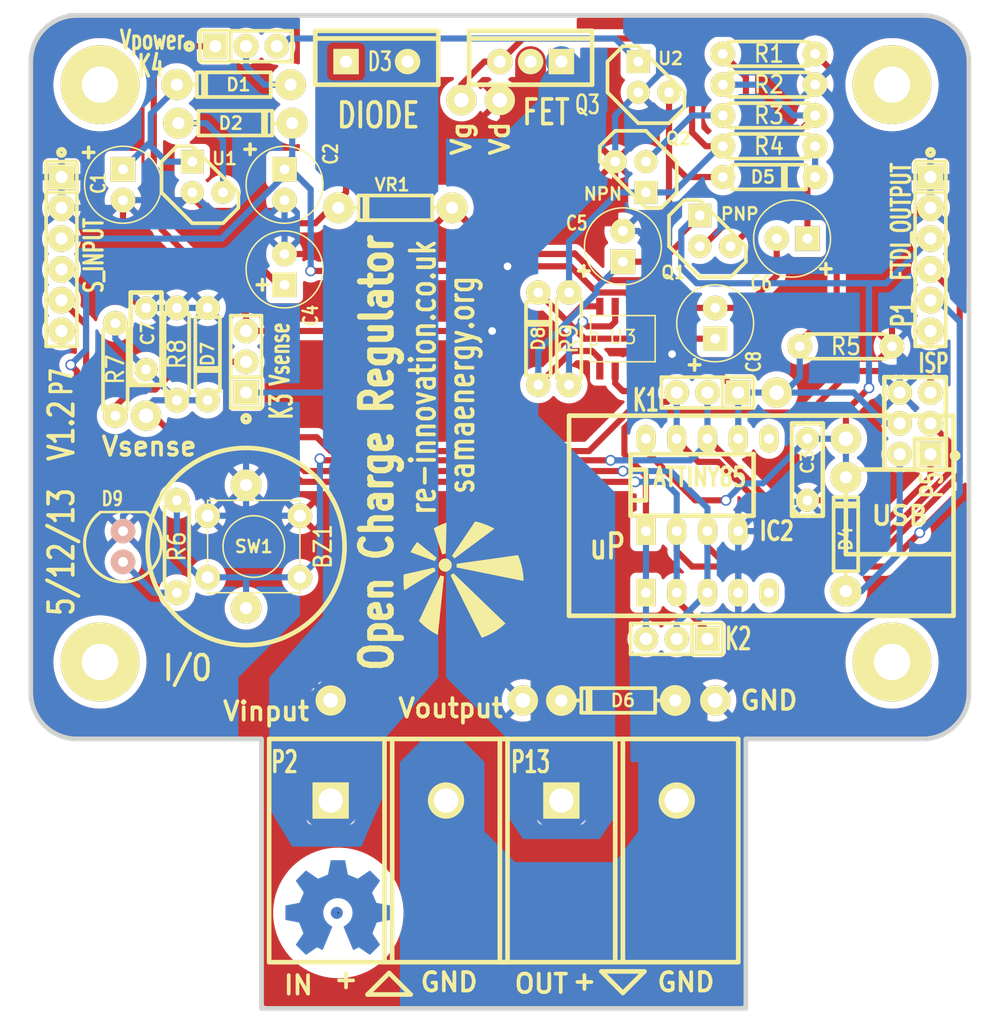
<source format=kicad_pcb>
(kicad_pcb (version 20221018) (generator pcbnew)
  (layers (0 "F.Cu" signal "Front") (31 "B.Cu" signal "Back") (34 "B.Paste" user) (35 "F.Paste" user) (36 "B.SilkS" user) (37 "F.SilkS" user) (38 "B.Mask" user) (39 "F.Mask" user) (44 "Edge.Cuts" user))
  (net 0 "")
  (net 1 "+5V")
  (net 2 "FET")
  (net 3 "GND")
  (net 4 "LED")
  (net 5 "N-000001")
  (net 6 "N-0000010")
  (net 7 "N-0000011")
  (net 8 "N-0000019")
  (net 9 "N-000002")
  (net 10 "N-0000020")
  (net 11 "N-0000021")
  (net 12 "N-0000028")
  (net 13 "N-000003")
  (net 14 "N-0000031")
  (net 15 "N-0000034")
  (net 16 "N-0000035")
  (net 17 "N-000007")
  (net 18 "N-000008")
  (net 19 "N-000009")
  (net 20 "RESET")
  (net 21 "Rx")
  (net 22 "SCK")
  (net 23 "Tx")
  (net 24 "Vinput")
  (net 25 "Voutput")
  (footprint "D4_lg_pad" (layer "F.Cu") (at 171.45 105.41 90)
    (fp_text reference "D4")
    (fp_text value "1N4001" hide)
  )
  (footprint "TO92_7805_matt" (layer "F.Cu") (at 118.745 75.565 90)
    (fp_text reference "U1")
    (fp_text value "7805/LM2931" hide)
  )
  (footprint "TO92-EBC_large_pad" (layer "F.Cu") (at 153.67 75.565 -90)
    (fp_text reference "Q2")
    (fp_text value "NPN")
  )
  (footprint "TO92-EBC_large_pad" (layer "F.Cu") (at 160.655 80.01 90)
    (fp_text reference "Q1")
    (fp_text value "PNP")
  )
  (footprint "TO220_VERT_BUZ11_matt" (layer "F.Cu") (at 145.415 66.04 90)
    (fp_text reference "Q3")
    (fp_text value "MOSFET_N" hide)
  )
  (footprint "D4_lg_pad" (layer "F.Cu") (at 121.285 67.945 180)
    (fp_text reference "D1")
    (fp_text value "1N4001" hide)
  )
  (footprint "1pin_1.2mm" (layer "F.Cu") (at 128.905 118.745 90)
    (fp_text reference "P3" hide)
    (fp_text value "Vinput")
  )
  (footprint "SIL-3_lg_pad_1mm" (layer "F.Cu") (at 160.02 93.345 180)
    (fp_text reference "K1")
    (fp_text value "IO_0-2" hide)
  )
  (footprint "1pin_1.2mm" (layer "F.Cu") (at 171.45 97.155)
    (fp_text reference "P4" hide)
    (fp_text value "5V" hide)
  )
  (footprint "R3-LARGE_PADS_0_8_hole" (layer "F.Cu") (at 165.1 65.405 180)
    (fp_text reference "R1")
    (fp_text value "1k" hide)
  )
  (footprint "R3-LARGE_PADS_0_8_hole" (layer "F.Cu") (at 165.1 67.945)
    (fp_text reference "R2")
    (fp_text value "100k" hide)
  )
  (footprint "R3-LARGE_PADS_0_8_hole" (layer "F.Cu") (at 165.1 73.025 180)
    (fp_text reference "R4")
    (fp_text value "1k" hide)
  )
  (footprint "R3-LARGE_PADS_0_8_hole" (layer "F.Cu") (at 116.205 106.045 -90)
    (fp_text reference "R6")
    (fp_text value "330" hide)
  )
  (footprint "R3-LARGE_PADS_0_8_hole" (layer "F.Cu") (at 111.125 91.44 90)
    (fp_text reference "R7")
    (fp_text value "R" hide)
  )
  (footprint "R3-LARGE_PADS_0_8_hole" (layer "F.Cu") (at 116.205 90.17 90)
    (fp_text reference "R8")
    (fp_text value "R" hide)
  )
  (footprint "SIL_2_screw_blocks" (layer "F.Cu") (at 128.905 127)
    (fp_text reference "P2")
    (fp_text value "IN")
  )
  (footprint "D4_lg_pad" (layer "F.Cu") (at 134.62 78.105 180)
    (fp_text reference "VR1")
    (fp_text value "P6KE33CA-E3" hide)
  )
  (footprint "D3_lg_pad" (layer "F.Cu") (at 165.1 75.565)
    (fp_text reference "D5")
    (fp_text value "1N4148" hide)
  )
  (footprint "TO220_DIODE" (layer "F.Cu") (at 132.715 66.04 90)
    (fp_text reference "D3")
    (fp_text value "VT2045BP" hide)
  )
  (footprint "D4_lg_pad" (layer "F.Cu") (at 120.65 71.12)
    (fp_text reference "D2")
    (fp_text value "1N4001" hide)
  )
  (footprint "C1V7_lg_pad" (layer "F.Cu") (at 153.035 81.28 90)
    (fp_text reference "C5")
    (fp_text value "10u" hide)
  )
  (footprint "C1V7_lg_pad" (layer "F.Cu") (at 125.095 83.185 90)
    (fp_text reference "C4")
    (fp_text value "10u" hide)
  )
  (footprint "C1_wide_lg_pad" (layer "F.Cu") (at 168.275 100.965 90)
    (fp_text reference "C3")
    (fp_text value "100n" hide)
  )
  (footprint "C1V7_lg_pad" (layer "F.Cu") (at 125.095 76.2 -90)
    (fp_text reference "C2")
    (fp_text value "100u" hide)
  )
  (footprint "C1V7_lg_pad" (layer "F.Cu") (at 167.005 80.645 180)
    (fp_text reference "C6")
    (fp_text value "10u" hide)
  )
  (footprint "C1V7_lg_pad" (layer "F.Cu") (at 111.76 76.2 -90)
    (fp_text reference "C1")
    (fp_text value "10uf" hide)
  )
  (footprint "R3-LARGE_PADS_0_8_hole" (layer "F.Cu") (at 171.45 89.535)
    (fp_text reference "R5")
    (fp_text value "10k" hide)
  )
  (footprint "SIL-6_large_pads_marker" (layer "F.Cu") (at 106.68 81.915 -90)
    (fp_text reference "P7")
    (fp_text value "S_INPUT")
  )
  (footprint "1pin_1.2mm" (layer "F.Cu") (at 142.875 69.215 -90)
    (fp_text reference "P8" hide)
    (fp_text value "Vd")
  )
  (footprint "DIL_3x2_large_pads_1mm" (layer "F.Cu") (at 175.895 92.075 90)
    (fp_text reference "P5")
    (fp_text value "ISP")
  )
  (footprint "1pin_1.2mm" (layer "F.Cu") (at 160.655 118.745 90)
    (fp_text reference "P6" hide)
    (fp_text value "GND")
  )
  (footprint "SIL-3_lg_pad_1mm" (layer "F.Cu") (at 157.48 113.665 180)
    (fp_text reference "K2")
    (fp_text value "IO_3-5" hide)
  )
  (footprint "SIL-3_lg_pad_1mm_marker" (layer "F.Cu") (at 121.92 90.805 90)
    (fp_text reference "K3")
    (fp_text value "Vsense")
  )
  (footprint "1pin_1.2mm" (layer "F.Cu") (at 144.78 118.745)
    (fp_text reference "P11" hide)
    (fp_text value "Voutput")
  )
  (footprint "C1_wide_lg_pad" (layer "F.Cu") (at 113.665 90.17 90)
    (fp_text reference "C7")
    (fp_text value "100n" hide)
  )
  (footprint "1pin_1.2mm" (layer "F.Cu") (at 113.665 95.25)
    (fp_text reference "P12" hide)
    (fp_text value "Vsense")
  )
  (footprint "1pin_1.2mm" (layer "F.Cu") (at 139.7 69.215)
    (fp_text reference "P9" hide)
    (fp_text value "Vg")
  )
  (footprint "R3-LARGE_PADS_0_8_hole" (layer "F.Cu") (at 165.1 70.485 180)
    (fp_text reference "R3")
    (fp_text value "10k" hide)
  )
  (footprint "SIL-6_large_pads_marker" (layer "F.Cu") (at 178.435 81.915 -90)
    (fp_text reference "P1")
    (fp_text value "FTDI_OUTPUT")
  )
  (footprint "1pin_3mmhole" (layer "F.Cu") (at 109.855 115.57)
    (fp_text reference "MH4" hide)
    (fp_text value "CONN_1" hide)
  )
  (footprint "1pin_3mmhole" (layer "F.Cu") (at 175.26 67.945)
    (fp_text reference "MH3" hide)
    (fp_text value "CONN_1" hide)
  )
  (footprint "1pin_3mmhole" (layer "F.Cu") (at 175.26 115.57)
    (fp_text reference "MH2" hide)
    (fp_text value "CONN_1" hide)
  )
  (footprint "1pin_3mmhole" (layer "F.Cu") (at 109.855 67.945)
    (fp_text reference "MH1" hide)
    (fp_text value "CONN_1" hide)
  )
  (footprint "D3_lg_pad" (layer "F.Cu") (at 118.745 90.17 -90)
    (fp_text reference "D7")
    (fp_text value "5v1" hide)
  )
  (footprint "TO92_7805_matt" (layer "F.Cu") (at 155.575 67.31 90)
    (fp_text reference "U2")
    (fp_text value "LM7812" hide)
  )
  (footprint "SW_PUSH_SMALL_ml_large_hole" (layer "F.Cu") (at 122.555 106.045 180)
    (fp_text reference "SW1")
    (fp_text value "SW_PUSH" hide)
  )
  (footprint "LED-5MM_larg_pad" (layer "F.Cu") (at 111.76 106.045 90)
    (fp_text reference "D9")
    (fp_text value "GRN_LED" hide)
  )
  (footprint "BUZZER_lg_pads" (layer "F.Cu") (at 121.92 106.045 90)
    (fp_text reference "BZ1")
    (fp_text value "BUZZER" hide)
  )
  (footprint "SIL_2_screw_blocks" (layer "F.Cu") (at 147.955 127)
    (fp_text reference "P13")
    (fp_text value "OUT")
  )
  (footprint "1pin_1.2mm" (layer "F.Cu") (at 165.735 93.345)
    (fp_text reference "P14" hide)
    (fp_text value "FET_IN" hide)
  )
  (footprint "D4_lg_pad" (layer "F.Cu") (at 153.035 118.745 180)
    (fp_text reference "D6")
    (fp_text value "UF4001" hide)
  )
  (footprint "SIL-3_lg_pad_1mm_marker" (layer "F.Cu") (at 121.92 64.77)
    (fp_text reference "K4")
    (fp_text value "Vpower")
  )
  (footprint "SO8E" (layer "F.Cu") (at 153.035 88.9)
    (fp_text reference "U3")
    (fp_text value "AUIRS2124" hide)
  )
  (footprint "R3-LARGE_PADS_0_8_hole" (layer "F.Cu") (at 148.59 88.9 90)
    (fp_text reference "R9")
    (fp_text value "10" hide)
  )
  (footprint "D3_lg_pad" (layer "F.Cu") (at 146.05 88.9 90)
    (fp_text reference "D8")
    (fp_text value "DIODE" hide)
  )
  (footprint "TRINKET" (layer "F.Cu") (at 160.02 100.965)
    (fp_text reference "IC2")
    (fp_text value "ATTINY85")
  )
  (footprint "C1V7_lg_pad" (layer "F.Cu") (at 160.655 87.63 90)
    (fp_text reference "C8")
    (fp_text value "CP1" hide)
  )
  (footprint "OSHW_logo_small_back" (layer "F.Cu") (at 129.54 135.89)
    (fp_text reference "VAL" hide)
    (fp_text value "OSHW_logo_small_back" hide)
  )
  (footprint "reinnovation_logo_15mm" (layer "F.Cu") (at 140.208 109.474)
    (fp_text reference "VAL" hide)
    (fp_text value "reinnovation_logo_15mm" hide)
  )
  (gr_line (start 151.257 141.097) (end 154.813 141.097) (stroke (width 0.381)) (layer "F.SilkS"))
  (gr_line (start 153.035 142.875) (end 151.257 141.097) (stroke (width 0.381)) (layer "F.SilkS"))
  (gr_line (start 154.813 141.097) (end 153.035 142.875) (stroke (width 0.381)) (layer "F.SilkS"))
  (gr_line (start 133.731 141.224) (end 135.509 143.002) (stroke (width 0.381)) (layer "F.SilkS"))
  (gr_line (start 135.509 143.002) (end 131.953 143.002) (stroke (width 0.381)) (layer "F.SilkS"))
  (gr_line (start 131.953 143.002) (end 133.731 141.224) (stroke (width 0.381)) (layer "F.SilkS"))
  (gr_arc (start 104.14 66.04) (mid 105.255923 63.345923) (end 107.95 62.23) (stroke (width 0.381)) (layer "Edge.Cuts"))
  (gr_line (start 107.95 121.92) (end 123.19 121.92) (stroke (width 0.381)) (layer "Edge.Cuts"))
  (gr_arc (start 177.8 62.23) (mid 180.494077 63.345923) (end 181.61 66.04) (stroke (width 0.381)) (layer "Edge.Cuts"))
  (gr_arc (start 107.95 121.92) (mid 105.255923 120.804077) (end 104.14 118.11) (stroke (width 0.381)) (layer "Edge.Cuts"))
  (gr_line (start 163.195 121.92) (end 177.8 121.92) (stroke (width 0.381)) (layer "Edge.Cuts"))
  (gr_line (start 163.195 121.92) (end 163.195 144.145) (stroke (width 0.381)) (layer "Edge.Cuts"))
  (gr_line (start 177.8 62.23) (end 107.315 62.23) (stroke (width 0.381)) (layer "Edge.Cuts"))
  (gr_line (start 123.19 144.145) (end 123.19 121.92) (stroke (width 0.381)) (layer "Edge.Cuts"))
  (gr_line (start 163.195 144.145) (end 123.19 144.145) (stroke (width 0.381)) (layer "Edge.Cuts"))
  (gr_line (start 104.14 66.04) (end 104.14 118.11) (stroke (width 0.381)) (layer "Edge.Cuts"))
  (gr_arc (start 181.61 118.11) (mid 180.494077 120.804077) (end 177.8 121.92) (stroke (width 0.381)) (layer "Edge.Cuts"))
  (gr_line (start 181.61 118.11) (end 181.61 66.04) (stroke (width 0.381)) (layer "Edge.Cuts"))
  (gr_text "5/12/13  V1.2" (at 106.68 102.87 90) (layer "F.SilkS") (effects (font (size 2.032 1.524) (thickness 0.3048))))
  (gr_text "re-innovation.co.uk" (at 136.525 92.075 90) (layer "F.SilkS") (effects (font (size 2.032 1.524) (thickness 0.3048))))
  (gr_text "DIODE" (at 132.842 70.485) (layer "F.SilkS") (effects (font (size 2.032 1.524) (thickness 0.3048))))
  (gr_text "samaenergy.org" (at 139.7 92.71 90) (layer "F.SilkS") (effects (font (size 2.032 1.524) (thickness 0.3048))))
  (gr_text "Open Charge Regulator" (at 132.715 98.298 90) (layer "F.SilkS") (effects (font (size 2.54 2.032) (thickness 0.508))))
  (gr_text "uP" (at 151.765 106.045) (layer "F.SilkS") (effects (font (size 2.032 1.524) (thickness 0.3048))))
  (gr_text "FET" (at 146.685 70.231) (layer "F.SilkS") (effects (font (size 2.032 1.524) (thickness 0.3048))))
  (gr_text "I/O" (at 117.094 116.078) (layer "F.SilkS") (effects (font (size 2.032 1.524) (thickness 0.3048))))
  (segment (start 154.94 98.171) (end 159.004 102.235) (width 0.508) (layer "F.Cu") (net 1))
  (segment (start 159.004 102.235) (end 161.544 102.235) (width 0.508) (layer "F.Cu") (net 1))
  (segment (start 171.45 94.869) (end 173.355 92.964) (width 0.508) (layer "F.Cu") (net 1))
  (segment (start 149.098 81.915) (end 149.0345 81.8515) (width 0.508) (layer "F.Cu") (net 1))
  (segment (start 151.257 84.074) (end 154.686 84.074) (width 0.508) (layer "F.Cu") (net 1))
  (segment (start 154.686 84.074) (end 157.861 80.899) (width 0.508) (layer "F.Cu") (net 1))
  (segment (start 157.861 80.899) (end 157.861 80.264) (width 0.508) (layer "F.Cu") (net 1))
  (segment (start 157.861 80.264) (end 159.385 78.74) (width 0.508) (layer "F.Cu") (net 1))
  (segment (start 141.478 83.312) (end 142.875 81.915) (width 0.508) (layer "F.Cu") (net 1))
  (segment (start 142.875 81.915) (end 149.098 81.915) (width 0.508) (layer "F.Cu") (net 1))
  (segment (start 127.254 83.312) (end 141.478 83.312) (width 0.508) (layer "F.Cu") (net 1))
  (segment (start 149.0345 81.8515) (end 151.257 84.074) (width 0.508) (layer "F.Cu") (net 1))
  (segment (start 171.45 97.155) (end 171.45 94.869) (width 0.508) (layer "F.Cu") (net 1))
  (segment (start 154.94 97.155) (end 154.94 98.171) (width 0.508) (layer "F.Cu") (net 1))
  (via (at 127.254 83.312) (size 0.889) (drill 0.635) (layers "F.Cu" "B.Cu") (net 1))
  (via (at 161.544 102.235) (size 0.889) (drill 0.635) (layers "F.Cu" "B.Cu") (net 1))
  (via (at 173.355 92.964) (size 0.889) (drill 0.635) (layers "F.Cu" "B.Cu") (net 1))
  (segment (start 161.544 102.235) (end 162.941 100.838) (width 0.508) (layer "B.Cu") (net 1))
  (segment (start 162.941 100.838) (end 164.592 100.838) (width 0.508) (layer "B.Cu") (net 1))
  (segment (start 164.592 100.838) (end 168.275 97.155) (width 0.508) (layer "B.Cu") (net 1))
  (segment (start 125.095 74.549) (end 125.73 73.914) (width 0.508) (layer "B.Cu") (net 1))
  (segment (start 125.73 73.914) (end 125.73 71.12) (width 0.508) (layer "B.Cu") (net 1))
  (segment (start 159.131 78.74) (end 157.861 80.01) (width 0.508) (layer "B.Cu") (net 1))
  (segment (start 157.861 80.01) (end 157.861 83.058) (width 0.508) (layer "B.Cu") (net 1))
  (segment (start 157.861 83.058) (end 159.131 84.328) (width 0.508) (layer "B.Cu") (net 1))
  (segment (start 159.131 84.328) (end 164.084 84.328) (width 0.508) (layer "B.Cu") (net 1))
  (segment (start 174.752 84.328) (end 178.435 80.645) (width 0.508) (layer "B.Cu") (net 1))
  (segment (start 173.355 84.328) (end 174.752 84.328) (width 0.508) (layer "B.Cu") (net 1))
  (segment (start 119.888 80.645) (end 125.095 75.438) (width 0.508) (layer "B.Cu") (net 1))
  (segment (start 125.095 75.438) (end 125.095 74.93) (width 0.508) (layer "B.Cu") (net 1))
  (segment (start 125.603 74.93) (end 127.254 76.581) (width 0.508) (layer "B.Cu") (net 1))
  (segment (start 127.254 76.581) (end 127.254 83.312) (width 0.508) (layer "B.Cu") (net 1))
  (segment (start 164.084 84.328) (end 173.355 84.328) (width 0.508) (layer "B.Cu") (net 1))
  (segment (start 159.385 78.74) (end 159.131 78.74) (width 0.508) (layer "B.Cu") (net 1))
  (segment (start 171.45 100.33) (end 171.45 97.155) (width 0.508) (layer "B.Cu") (net 1))
  (segment (start 168.275 97.155) (end 171.45 97.155) (width 0.508) (layer "B.Cu") (net 1))
  (segment (start 125.095 74.93) (end 125.095 74.549) (width 0.508) (layer "B.Cu") (net 1))
  (segment (start 173.355 92.964) (end 173.355 84.328) (width 0.508) (layer "B.Cu") (net 1))
  (segment (start 125.095 74.93) (end 125.603 74.93) (width 0.508) (layer "B.Cu") (net 1))
  (segment (start 106.68 80.645) (end 119.888 80.645) (width 0.508) (layer "B.Cu") (net 1))
  (segment (start 167.64 89.154) (end 170.688 86.106) (width 0.508) (layer "F.Cu") (net 2))
  (segment (start 170.688 86.106) (end 170.688 67.183) (width 0.508) (layer "F.Cu") (net 2))
  (segment (start 170.688 67.183) (end 168.91 65.405) (width 0.508) (layer "F.Cu") (net 2))
  (segment (start 152.4 92.583) (end 153.035 93.218) (width 0.508) (layer "F.Cu") (net 2))
  (segment (start 153.035 93.218) (end 155.067 93.218) (width 0.508) (layer "F.Cu") (net 2))
  (segment (start 155.067 93.218) (end 156.845 91.44) (width 0.508) (layer "F.Cu") (net 2))
  (segment (start 156.845 91.44) (end 160.655 91.44) (width 0.508) (layer "F.Cu") (net 2))
  (segment (start 160.655 91.44) (end 162.56 93.345) (width 0.508) (layer "F.Cu") (net 2))
  (segment (start 152.4 91.567) (end 152.4 92.583) (width 0.508) (layer "F.Cu") (net 2))
  (segment (start 167.64 89.535) (end 167.64 89.154) (width 0.508) (layer "F.Cu") (net 2))
  (segment (start 166.37 93.345) (end 167.64 92.075) (width 0.508) (layer "B.Cu") (net 2))
  (segment (start 167.64 92.075) (end 167.64 89.535) (width 0.508) (layer "B.Cu") (net 2))
  (segment (start 174.625 95.885) (end 172.085 93.345) (width 0.508) (layer "B.Cu") (net 2))
  (segment (start 172.085 93.345) (end 165.735 93.345) (width 0.508) (layer "B.Cu") (net 2))
  (segment (start 162.56 97.155) (end 162.56 93.345) (width 0.508) (layer "B.Cu") (net 2))
  (segment (start 165.735 93.345) (end 166.37 93.345) (width 0.508) (layer "B.Cu") (net 2))
  (segment (start 175.895 95.885) (end 174.625 95.885) (width 0.508) (layer "B.Cu") (net 2))
  (segment (start 162.56 93.345) (end 165.735 93.345) (width 0.508) (layer "B.Cu") (net 2))
  (segment (start 172.847 102.235) (end 173.863 101.219) (width 0.508) (layer "F.Cu") (net 3))
  (segment (start 173.863 101.219) (end 173.863 95.377) (width 0.508) (layer "F.Cu") (net 3))
  (segment (start 173.863 95.377) (end 175.895 93.345) (width 0.508) (layer "F.Cu") (net 3))
  (segment (start 153.67 90.551) (end 154.051 90.17) (width 0.508) (layer "F.Cu") (net 3))
  (segment (start 154.051 90.17) (end 157.099 90.17) (width 0.508) (layer "F.Cu") (net 3))
  (segment (start 177.8 78.105) (end 175.26 80.645) (width 0.508) (layer "F.Cu") (net 3))
  (segment (start 175.26 80.645) (end 175.26 89.535) (width 0.508) (layer "F.Cu") (net 3))
  (segment (start 152.4 79.375) (end 153.035 80.01) (width 0.508) (layer "F.Cu") (net 3))
  (segment (start 152.4 76.835) (end 152.4 79.375) (width 0.508) (layer "F.Cu") (net 3))
  (segment (start 113.284 86.36) (end 111.76 84.836) (width 0.508) (layer "F.Cu") (net 3))
  (segment (start 111.76 84.836) (end 111.76 77.47) (width 0.508) (layer "F.Cu") (net 3))
  (segment (start 117.475 77.216) (end 118.618 78.359) (width 0.508) (layer "F.Cu") (net 3))
  (segment (start 118.618 78.359) (end 124.206 78.359) (width 0.508) (layer "F.Cu") (net 3))
  (segment (start 124.206 78.359) (end 125.095 77.47) (width 0.508) (layer "F.Cu") (net 3))
  (segment (start 135.128 81.915) (end 138.938 78.105) (width 0.508) (layer "F.Cu") (net 3))
  (segment (start 139.065 78.105) (end 140.335 79.375) (width 0.508) (layer "F.Cu") (net 3))
  (segment (start 140.335 79.375) (end 152.4 79.375) (width 0.508) (layer "F.Cu") (net 3))
  (segment (start 152.4 79.375) (end 153.035 80.01) (width 0.508) (layer "F.Cu") (net 3))
  (segment (start 178.435 78.105) (end 177.8 78.105) (width 0.508) (layer "F.Cu") (net 3))
  (segment (start 117.475 76.835) (end 117.475 77.216) (width 0.508) (layer "F.Cu") (net 3))
  (segment (start 125.095 81.915) (end 135.128 81.915) (width 0.508) (layer "F.Cu") (net 3))
  (segment (start 152.4 74.295) (end 152.4 76.835) (width 0.508) (layer "F.Cu") (net 3))
  (segment (start 113.665 86.36) (end 113.284 86.36) (width 0.508) (layer "F.Cu") (net 3))
  (segment (start 138.938 78.105) (end 139.065 78.105) (width 0.508) (layer "F.Cu") (net 3))
  (segment (start 168.275 102.235) (end 172.847 102.235) (width 0.508) (layer "F.Cu") (net 3))
  (segment (start 153.67 91.567) (end 153.67 90.551) (width 0.508) (layer "F.Cu") (net 3))
  (via (at 157.099 90.17) (size 0.889) (drill 0.635) (layers "F.Cu" "B.Cu") (net 3))
  (segment (start 164.973 102.362) (end 168.148 102.362) (width 0.508) (layer "B.Cu") (net 3))
  (segment (start 168.148 102.362) (end 168.275 102.235) (width 0.508) (layer "B.Cu") (net 3))
  (segment (start 175.895 90.17) (end 175.26 89.535) (width 0.508) (layer "B.Cu") (net 3))
  (segment (start 157.48 118.872) (end 157.353 118.745) (width 0.508) (layer "B.Cu") (net 3))
  (segment (start 160.782 118.745) (end 162.56 116.967) (width 0.508) (layer "B.Cu") (net 3))
  (segment (start 162.56 116.967) (end 162.56 109.855) (width 0.508) (layer "B.Cu") (net 3))
  (segment (start 169.291 67.945) (end 176.911 75.565) (width 0.508) (layer "B.Cu") (net 3))
  (segment (start 176.911 75.565) (end 178.435 75.565) (width 0.508) (layer "B.Cu") (net 3))
  (segment (start 154.559 68.58) (end 159.385 63.754) (width 0.508) (layer "B.Cu") (net 3))
  (segment (start 159.385 63.754) (end 164.719 63.754) (width 0.508) (layer "B.Cu") (net 3))
  (segment (start 164.719 63.754) (end 168.91 67.945) (width 0.508) (layer "B.Cu") (net 3))
  (segment (start 157.099 90.17) (end 156.464 89.535) (width 0.508) (layer "B.Cu") (net 3))
  (segment (start 156.464 89.535) (end 156.464 82.169) (width 0.508) (layer "B.Cu") (net 3))
  (segment (start 156.464 82.169) (end 154.305 80.01) (width 0.508) (layer "B.Cu") (net 3))
  (segment (start 154.305 80.01) (end 153.035 80.01) (width 0.508) (layer "B.Cu") (net 3))
  (segment (start 152.4 70.485) (end 154.305 68.58) (width 0.508) (layer "B.Cu") (net 3))
  (segment (start 111.125 78.105) (end 111.76 77.47) (width 0.508) (layer "B.Cu") (net 3))
  (segment (start 116.84 77.47) (end 117.475 76.835) (width 0.508) (layer "B.Cu") (net 3))
  (segment (start 121.92 103.505) (end 126.365 103.505) (width 0.508) (layer "B.Cu") (net 3))
  (segment (start 111.76 103.505) (end 114.935 100.33) (width 0.508) (layer "B.Cu") (net 3))
  (segment (start 114.935 100.33) (end 116.84 100.33) (width 0.508) (layer "B.Cu") (net 3))
  (segment (start 116.84 100.33) (end 118.745 102.235) (width 0.508) (layer "B.Cu") (net 3))
  (segment (start 118.745 102.235) (end 118.745 103.505) (width 0.508) (layer "B.Cu") (net 3))
  (segment (start 113.665 77.47) (end 116.84 77.47) (width 0.508) (layer "B.Cu") (net 3))
  (segment (start 121.92 97.409) (end 120.269 95.758) (width 0.508) (layer "B.Cu") (net 3))
  (segment (start 120.269 95.758) (end 120.269 87.884) (width 0.508) (layer "B.Cu") (net 3))
  (segment (start 120.269 87.884) (end 118.745 86.36) (width 0.508) (layer "B.Cu") (net 3))
  (segment (start 157.48 118.872) (end 157.353 118.745) (width 5.08) (layer "B.Cu") (net 3))
  (segment (start 138.43 130.81) (end 143.51 135.89) (width 5.08) (layer "B.Cu") (net 3))
  (segment (start 143.51 135.89) (end 154.305 135.89) (width 5.08) (layer "B.Cu") (net 3))
  (segment (start 154.305 135.89) (end 157.48 132.715) (width 5.08) (layer "B.Cu") (net 3))
  (segment (start 157.48 132.715) (end 157.48 127) (width 5.08) (layer "B.Cu") (net 3))
  (segment (start 154.305 68.58) (end 154.559 68.58) (width 0.508) (layer "B.Cu") (net 3))
  (segment (start 121.92 100.965) (end 121.92 97.409) (width 0.508) (layer "B.Cu") (net 3))
  (segment (start 168.91 67.945) (end 169.291 67.945) (width 0.508) (layer "B.Cu") (net 3))
  (segment (start 157.353 118.745) (end 160.655 118.745) (width 0.508) (layer "B.Cu") (net 3))
  (segment (start 106.68 78.105) (end 111.125 78.105) (width 0.508) (layer "B.Cu") (net 3))
  (segment (start 178.435 78.105) (end 178.435 75.565) (width 0.508) (layer "B.Cu") (net 3))
  (segment (start 160.655 118.745) (end 160.782 118.745) (width 0.508) (layer "B.Cu") (net 3))
  (segment (start 175.895 93.345) (end 175.895 90.17) (width 0.508) (layer "B.Cu") (net 3))
  (segment (start 111.76 104.775) (end 111.76 103.505) (width 0.508) (layer "B.Cu") (net 3))
  (segment (start 121.92 100.965) (end 121.92 103.505) (width 0.508) (layer "B.Cu") (net 3))
  (segment (start 162.56 109.855) (end 162.56 104.775) (width 0.508) (layer "B.Cu") (net 3))
  (segment (start 152.4 74.295) (end 152.4 70.485) (width 0.508) (layer "B.Cu") (net 3))
  (segment (start 118.745 86.36) (end 116.205 86.36) (width 0.508) (layer "B.Cu") (net 3))
  (segment (start 138.43 127) (end 138.43 130.81) (width 5.08) (layer "B.Cu") (net 3))
  (segment (start 116.205 86.36) (end 113.665 86.36) (width 0.508) (layer "B.Cu") (net 3))
  (segment (start 118.745 103.505) (end 121.92 103.505) (width 0.508) (layer "B.Cu") (net 3))
  (segment (start 157.48 127) (end 157.48 118.872) (width 5.08) (layer "B.Cu") (net 3))
  (segment (start 106.68 75.565) (end 106.68 78.105) (width 0.508) (layer "B.Cu") (net 3))
  (segment (start 125.095 81.915) (end 125.095 77.47) (width 0.508) (layer "B.Cu") (net 3))
  (segment (start 162.56 104.775) (end 164.973 102.362) (width 0.508) (layer "B.Cu") (net 3))
  (segment (start 111.76 77.47) (end 113.665 77.47) (width 0.508) (layer "B.Cu") (net 3))
  (segment (start 167.005 104.14) (end 174.625 104.14) (width 0.508) (layer "F.Cu") (net 4))
  (segment (start 174.625 104.14) (end 178.435 100.33) (width 0.508) (layer "F.Cu") (net 4))
  (segment (start 178.435 100.33) (end 178.435 98.425) (width 0.508) (layer "F.Cu") (net 4))
  (segment (start 128.016 98.806) (end 128.143 98.933) (width 0.508) (layer "F.Cu") (net 4))
  (segment (start 128.143 98.933) (end 152.019 98.933) (width 0.508) (layer "F.Cu") (net 4))
  (segment (start 160.02 97.155) (end 167.005 104.14) (width 0.508) (layer "F.Cu") (net 4))
  (via (at 152.019 98.933) (size 0.889) (drill 0.635) (layers "F.Cu" "B.Cu") (net 4))
  (via (at 128.016 98.806) (size 0.889) (drill 0.635) (layers "F.Cu" "B.Cu") (net 4))
  (segment (start 160.02 97.536) (end 158.623 98.933) (width 0.508) (layer "B.Cu") (net 4))
  (segment (start 158.623 98.933) (end 153.035 98.933) (width 0.508) (layer "B.Cu") (net 4))
  (segment (start 152.146 98.933) (end 152.019 98.933) (width 0.508) (layer "B.Cu") (net 4))
  (segment (start 121.92 108.585) (end 126.365 108.585) (width 0.508) (layer "B.Cu") (net 4))
  (segment (start 118.11 108.585) (end 116.205 106.68) (width 0.508) (layer "B.Cu") (net 4))
  (segment (start 116.205 106.68) (end 116.205 102.235) (width 0.508) (layer "B.Cu") (net 4))
  (segment (start 128.016 106.934) (end 128.016 102.362) (width 0.508) (layer "B.Cu") (net 4))
  (segment (start 128.016 102.362) (end 128.016 98.806) (width 0.508) (layer "B.Cu") (net 4))
  (segment (start 152.019 98.933) (end 153.035 98.933) (width 0.508) (layer "B.Cu") (net 4))
  (segment (start 153.035 98.933) (end 152.146 98.933) (width 0.508) (layer "B.Cu") (net 4))
  (segment (start 160.02 97.155) (end 160.02 93.345) (width 0.508) (layer "B.Cu") (net 4))
  (segment (start 118.745 108.585) (end 121.92 108.585) (width 0.508) (layer "B.Cu") (net 4))
  (segment (start 121.92 111.125) (end 121.92 108.585) (width 0.508) (layer "B.Cu") (net 4))
  (segment (start 126.365 108.585) (end 128.016 106.934) (width 0.508) (layer "B.Cu") (net 4))
  (segment (start 160.02 97.155) (end 160.02 97.536) (width 0.508) (layer "B.Cu") (net 4))
  (segment (start 118.745 108.585) (end 118.11 108.585) (width 0.508) (layer "B.Cu") (net 4))
  (segment (start 114.3 109.855) (end 116.205 109.855) (width 0.508) (layer "B.Cu") (net 5))
  (segment (start 111.76 107.315) (end 114.3 109.855) (width 0.508) (layer "B.Cu") (net 5))
  (segment (start 153.67 88.9) (end 160.655 88.9) (width 0.508) (layer "F.Cu") (net 6))
  (segment (start 149.86 88.9) (end 148.3995 87.4395) (width 0.508) (layer "F.Cu") (net 6))
  (segment (start 147.193 86.233) (end 146.05 85.09) (width 0.508) (layer "F.Cu") (net 6))
  (segment (start 149.606 86.233) (end 148.3995 87.4395) (width 0.508) (layer "F.Cu") (net 6))
  (segment (start 148.3995 87.4395) (end 147.193 86.233) (width 0.508) (layer "F.Cu") (net 6))
  (segment (start 153.67 88.9) (end 149.86 88.9) (width 0.508) (layer "F.Cu") (net 6))
  (segment (start 151.13 86.233) (end 149.606 86.233) (width 0.508) (layer "F.Cu") (net 6))
  (segment (start 149.733 87.503) (end 150.114 87.884) (width 0.508) (layer "F.Cu") (net 7))
  (segment (start 150.114 87.884) (end 152.019 87.884) (width 0.508) (layer "F.Cu") (net 7))
  (segment (start 152.019 87.884) (end 152.4 87.503) (width 0.508) (layer "F.Cu") (net 7))
  (segment (start 152.4 87.503) (end 152.4 86.233) (width 0.508) (layer "F.Cu") (net 7))
  (via (at 149.733 87.503) (size 0.889) (drill 0.635) (layers "F.Cu" "B.Cu") (net 7))
  (segment (start 148.59 88.646) (end 149.733 87.503) (width 0.508) (layer "B.Cu") (net 7))
  (segment (start 148.59 92.71) (end 148.59 88.646) (width 0.508) (layer "B.Cu") (net 7))
  (segment (start 116.205 68.199) (end 114.046 70.358) (width 0.508) (layer "B.Cu") (net 8))
  (segment (start 114.046 70.358) (end 114.046 72.644) (width 0.508) (layer "B.Cu") (net 8))
  (segment (start 114.046 72.644) (end 113.8555 72.8345) (width 0.508) (layer "B.Cu") (net 8))
  (segment (start 115.316 74.295) (end 113.8555 72.8345) (width 0.508) (layer "B.Cu") (net 8))
  (segment (start 113.8555 72.8345) (end 111.76 74.93) (width 0.508) (layer "B.Cu") (net 8))
  (segment (start 117.475 74.295) (end 115.316 74.295) (width 0.508) (layer "B.Cu") (net 8))
  (segment (start 116.205 67.945) (end 116.205 68.199) (width 0.508) (layer "B.Cu") (net 8))
  (segment (start 111.125 94.488) (end 112.522 93.091) (width 0.508) (layer "F.Cu") (net 9))
  (segment (start 112.522 93.091) (end 114.427 93.091) (width 0.508) (layer "F.Cu") (net 9))
  (segment (start 114.427 93.091) (end 116.713 90.805) (width 0.508) (layer "F.Cu") (net 9))
  (segment (start 116.713 90.805) (end 121.92 90.805) (width 0.508) (layer "F.Cu") (net 9))
  (segment (start 111.125 95.25) (end 111.125 94.488) (width 0.508) (layer "F.Cu") (net 9))
  (segment (start 168.275 76.2) (end 168.91 75.565) (width 0.508) (layer "F.Cu") (net 10))
  (segment (start 168.275 80.645) (end 168.275 76.2) (width 0.508) (layer "F.Cu") (net 10))
  (segment (start 168.91 75.565) (end 168.91 73.025) (width 0.508) (layer "B.Cu") (net 10))
  (segment (start 159.893 73.025) (end 158.75 71.882) (width 0.508) (layer "F.Cu") (net 11))
  (segment (start 158.75 71.882) (end 158.75 67.056) (width 0.508) (layer "F.Cu") (net 11))
  (segment (start 158.75 67.056) (end 155.829 64.135) (width 0.508) (layer "F.Cu") (net 11))
  (segment (start 155.829 64.135) (end 144.78 64.135) (width 0.508) (layer "F.Cu") (net 11))
  (segment (start 144.78 64.135) (end 142.875 66.04) (width 0.508) (layer "F.Cu") (net 11))
  (segment (start 139.7 67.945) (end 141.605 66.04) (width 0.508) (layer "F.Cu") (net 11))
  (segment (start 141.605 66.04) (end 142.875 66.04) (width 0.508) (layer "F.Cu") (net 11))
  (segment (start 161.29 73.025) (end 161.036 73.025) (width 0.508) (layer "F.Cu") (net 11))
  (segment (start 161.29 73.025) (end 159.893 73.025) (width 0.508) (layer "F.Cu") (net 11))
  (segment (start 139.7 69.85) (end 139.7 67.945) (width 0.508) (layer "F.Cu") (net 11))
  (segment (start 148.59 80.899) (end 152.654 76.835) (width 0.508) (layer "B.Cu") (net 11))
  (segment (start 152.654 76.835) (end 154.94 76.835) (width 0.508) (layer "B.Cu") (net 11))
  (segment (start 157.226 76.835) (end 161.036 73.025) (width 0.508) (layer "B.Cu") (net 11))
  (segment (start 161.036 73.025) (end 161.29 73.025) (width 0.508) (layer "B.Cu") (net 11))
  (segment (start 154.94 76.835) (end 157.226 76.835) (width 0.508) (layer "B.Cu") (net 11))
  (segment (start 148.59 85.09) (end 148.59 80.899) (width 0.508) (layer "B.Cu") (net 11))
  (segment (start 124.587 84.455) (end 123.317 83.185) (width 0.508) (layer "F.Cu") (net 12))
  (segment (start 123.317 83.185) (end 123.317 80.899) (width 0.508) (layer "F.Cu") (net 12))
  (segment (start 123.317 80.899) (end 124.841 79.375) (width 0.508) (layer "F.Cu") (net 12))
  (segment (start 124.841 79.375) (end 127.635 79.375) (width 0.508) (layer "F.Cu") (net 12))
  (segment (start 127.635 79.375) (end 130.175 76.835) (width 0.508) (layer "F.Cu") (net 12))
  (segment (start 129.54 77.47) (end 130.175 76.835) (width 0.508) (layer "F.Cu") (net 12))
  (segment (start 130.175 69.215) (end 134.62 73.66) (width 5.08) (layer "F.Cu") (net 12))
  (segment (start 134.62 73.66) (end 143.51 73.66) (width 5.08) (layer "F.Cu") (net 12))
  (segment (start 143.51 73.66) (end 145.415 71.755) (width 5.08) (layer "F.Cu") (net 12))
  (segment (start 145.415 71.755) (end 145.415 69.85) (width 5.08) (layer "F.Cu") (net 12))
  (segment (start 142.875 69.85) (end 145.415 69.85) (width 0.508) (layer "F.Cu") (net 12))
  (segment (start 130.175 76.835) (end 130.175 73.66) (width 0.508) (layer "F.Cu") (net 12))
  (segment (start 129.54 78.105) (end 129.54 77.47) (width 0.508) (layer "F.Cu") (net 12))
  (segment (start 145.415 69.85) (end 145.415 71.755) (width 0.508) (layer "F.Cu") (net 12))
  (segment (start 145.415 66.04) (end 145.415 69.85) (width 0.508) (layer "F.Cu") (net 12))
  (segment (start 145.415 71.755) (end 145.415 66.04) (width 2.54) (layer "F.Cu") (net 12))
  (segment (start 130.175 66.04) (end 130.175 69.215) (width 5.08) (layer "F.Cu") (net 12))
  (segment (start 125.095 84.455) (end 124.587 84.455) (width 0.508) (layer "F.Cu") (net 12))
  (segment (start 130.175 66.04) (end 130.175 73.66) (width 0.508) (layer "F.Cu") (net 12))
  (segment (start 158.75 70.485) (end 154.94 74.295) (width 0.508) (layer "B.Cu") (net 13))
  (segment (start 161.29 70.485) (end 158.75 70.485) (width 0.508) (layer "B.Cu") (net 13))
  (segment (start 162.052 81.28) (end 166.751 76.581) (width 0.508) (layer "F.Cu") (net 14))
  (segment (start 166.751 76.581) (end 166.751 72.644) (width 0.508) (layer "F.Cu") (net 14))
  (segment (start 166.751 72.644) (end 168.91 70.485) (width 0.508) (layer "F.Cu") (net 14))
  (segment (start 161.925 81.28) (end 162.052 81.28) (width 0.508) (layer "F.Cu") (net 14))
  (segment (start 164.592 67.945) (end 167.132 70.485) (width 0.508) (layer "B.Cu") (net 14))
  (segment (start 167.132 70.485) (end 168.91 70.485) (width 0.508) (layer "B.Cu") (net 14))
  (segment (start 161.29 67.945) (end 164.592 67.945) (width 0.508) (layer "B.Cu") (net 14))
  (segment (start 118.618 71.12) (end 120.015 72.517) (width 0.508) (layer "B.Cu") (net 15))
  (segment (start 120.015 72.517) (end 120.015 76.835) (width 0.508) (layer "B.Cu") (net 15))
  (segment (start 116.332 71.12) (end 118.618 71.12) (width 0.508) (layer "B.Cu") (net 15))
  (segment (start 151.13 90.551) (end 150.495 89.916) (width 0.508) (layer "F.Cu") (net 16))
  (segment (start 150.495 89.916) (end 148.844 89.916) (width 0.508) (layer "F.Cu") (net 16))
  (segment (start 148.844 89.916) (end 146.05 92.71) (width 0.508) (layer "F.Cu") (net 16))
  (segment (start 156.845 74.168) (end 158.242 75.565) (width 0.508) (layer "F.Cu") (net 16))
  (segment (start 158.242 75.565) (end 161.29 75.565) (width 0.508) (layer "F.Cu") (net 16))
  (segment (start 154.94 82.55) (end 156.845 80.645) (width 0.508) (layer "F.Cu") (net 16))
  (segment (start 156.845 80.645) (end 156.845 74.168) (width 0.508) (layer "F.Cu") (net 16))
  (segment (start 151.13 91.567) (end 151.13 90.551) (width 0.508) (layer "F.Cu") (net 16))
  (segment (start 153.035 82.55) (end 154.94 82.55) (width 0.508) (layer "F.Cu") (net 16))
  (segment (start 156.845 68.58) (end 156.845 74.168) (width 0.508) (layer "F.Cu") (net 16))
  (via (at 153.035 82.55) (size 0.889) (drill 0.635) (layers "F.Cu" "B.Cu") (net 16))
  (segment (start 153.035 82.55) (end 150.876 84.709) (width 0.508) (layer "B.Cu") (net 16))
  (segment (start 150.876 84.709) (end 150.876 85.09) (width 0.508) (layer "B.Cu") (net 16))
  (segment (start 150.876 85.09) (end 146.05 89.916) (width 0.508) (layer "B.Cu") (net 16))
  (segment (start 146.05 89.916) (end 146.05 92.71) (width 0.508) (layer "B.Cu") (net 16))
  (segment (start 161.29 75.565) (end 160.782 75.565) (width 0.508) (layer "B.Cu") (net 16))
  (segment (start 159.639 81.28) (end 163.195 77.724) (width 0.508) (layer "F.Cu") (net 17))
  (segment (start 163.195 77.724) (end 163.195 67.31) (width 0.508) (layer "F.Cu") (net 17))
  (segment (start 163.195 67.31) (end 161.29 65.405) (width 0.508) (layer "F.Cu") (net 17))
  (segment (start 159.385 81.28) (end 159.639 81.28) (width 0.508) (layer "F.Cu") (net 17))
  (segment (start 172.72 109.728) (end 175.895 106.553) (width 0.508) (layer "B.Cu") (net 18))
  (segment (start 175.895 106.553) (end 175.895 98.425) (width 0.508) (layer "B.Cu") (net 18))
  (segment (start 171.45 109.728) (end 172.72 109.728) (width 0.508) (layer "B.Cu") (net 18))
  (segment (start 121.92 66.421) (end 123.444 67.945) (width 0.508) (layer "B.Cu") (net 19))
  (segment (start 123.444 67.945) (end 125.603 67.945) (width 0.508) (layer "B.Cu") (net 19))
  (segment (start 121.92 64.77) (end 121.92 66.421) (width 0.508) (layer "B.Cu") (net 19))
  (segment (start 154.94 100.203) (end 153.162 98.425) (width 0.508) (layer "F.Cu") (net 20))
  (segment (start 153.162 98.425) (end 153.162 96.266) (width 0.508) (layer "F.Cu") (net 20))
  (segment (start 153.162 96.266) (end 154.432 94.996) (width 0.508) (layer "F.Cu") (net 20))
  (segment (start 154.432 94.996) (end 163.83 94.996) (width 0.508) (layer "F.Cu") (net 20))
  (segment (start 177.927 91.567) (end 178.435 92.075) (width 0.508) (layer "F.Cu") (net 20))
  (segment (start 178.435 92.075) (end 178.435 93.345) (width 0.508) (layer "F.Cu") (net 20))
  (segment (start 168.402 94.996) (end 171.831 91.567) (width 0.508) (layer "F.Cu") (net 20))
  (segment (start 171.831 91.567) (end 177.038 91.567) (width 0.508) (layer "F.Cu") (net 20))
  (segment (start 177.038 91.567) (end 177.927 91.567) (width 0.508) (layer "F.Cu") (net 20))
  (segment (start 163.83 94.996) (end 168.402 94.996) (width 0.508) (layer "F.Cu") (net 20))
  (segment (start 154.94 104.775) (end 154.94 100.203) (width 0.508) (layer "F.Cu") (net 20))
  (segment (start 154.94 113.665) (end 154.94 109.855) (width 0.508) (layer "B.Cu") (net 20))
  (segment (start 154.94 109.855) (end 154.94 104.775) (width 0.508) (layer "B.Cu") (net 20))
  (segment (start 160.02 106.045) (end 160.909 106.934) (width 0.508) (layer "F.Cu") (net 21))
  (segment (start 160.909 106.934) (end 166.751 106.934) (width 0.508) (layer "F.Cu") (net 21))
  (segment (start 166.751 106.934) (end 167.259 106.934) (width 0.508) (layer "F.Cu") (net 21))
  (segment (start 173.99 106.934) (end 180.848 100.076) (width 0.508) (layer "F.Cu") (net 21))
  (segment (start 180.848 100.076) (end 180.848 85.598) (width 0.508) (layer "F.Cu") (net 21))
  (segment (start 180.848 85.598) (end 178.435 83.185) (width 0.508) (layer "F.Cu") (net 21))
  (segment (start 129.032 99.822) (end 153.035 99.822) (width 0.508) (layer "F.Cu") (net 21))
  (segment (start 126.746 99.822) (end 124.714 97.79) (width 0.508) (layer "F.Cu") (net 21))
  (segment (start 124.714 97.79) (end 110.744 97.79) (width 0.508) (layer "F.Cu") (net 21))
  (segment (start 110.744 97.79) (end 108.712 95.758) (width 0.508) (layer "F.Cu") (net 21))
  (segment (start 108.712 95.758) (end 108.712 87.757) (width 0.508) (layer "F.Cu") (net 21))
  (segment (start 108.712 87.757) (end 106.68 85.725) (width 0.508) (layer "F.Cu") (net 21))
  (segment (start 166.751 106.934) (end 173.99 106.934) (width 0.508) (layer "F.Cu") (net 21))
  (segment (start 128.651 99.822) (end 129.032 99.822) (width 0.508) (layer "F.Cu") (net 21))
  (segment (start 160.02 104.775) (end 160.02 106.045) (width 0.508) (layer "F.Cu") (net 21))
  (segment (start 129.032 99.822) (end 126.746 99.822) (width 0.508) (layer "F.Cu") (net 21))
  (via (at 153.035 99.822) (size 0.889) (drill 0.635) (layers "F.Cu" "B.Cu") (net 21))
  (segment (start 157.48 112.395) (end 160.02 109.855) (width 0.508) (layer "B.Cu") (net 21))
  (segment (start 160.02 102.87) (end 156.972 99.822) (width 0.508) (layer "B.Cu") (net 21))
  (segment (start 156.972 99.822) (end 153.035 99.822) (width 0.508) (layer "B.Cu") (net 21))
  (segment (start 157.48 113.665) (end 157.48 112.395) (width 0.508) (layer "B.Cu") (net 21))
  (segment (start 160.02 102.87) (end 160.02 104.775) (width 0.508) (layer "B.Cu") (net 21))
  (segment (start 160.02 109.855) (end 160.02 104.775) (width 0.508) (layer "B.Cu") (net 21))
  (segment (start 157.48 97.282) (end 159.258 99.06) (width 0.508) (layer "F.Cu") (net 22))
  (segment (start 159.258 99.06) (end 160.909 99.06) (width 0.508) (layer "F.Cu") (net 22))
  (segment (start 160.909 99.06) (end 166.751 104.902) (width 0.508) (layer "F.Cu") (net 22))
  (segment (start 166.751 104.902) (end 175.006 104.902) (width 0.508) (layer "F.Cu") (net 22))
  (segment (start 175.006 104.902) (end 180.086 99.822) (width 0.508) (layer "F.Cu") (net 22))
  (segment (start 180.086 99.822) (end 180.086 97.536) (width 0.508) (layer "F.Cu") (net 22))
  (segment (start 180.086 97.536) (end 178.435 95.885) (width 0.508) (layer "F.Cu") (net 22))
  (segment (start 114.3 95.25) (end 116.078 97.028) (width 0.508) (layer "F.Cu") (net 22))
  (segment (start 116.078 97.028) (end 127.762 97.028) (width 0.508) (layer "F.Cu") (net 22))
  (segment (start 127.762 97.028) (end 128.905 98.171) (width 0.508) (layer "F.Cu") (net 22))
  (segment (start 128.905 98.171) (end 150.241 98.171) (width 0.508) (layer "F.Cu") (net 22))
  (segment (start 150.241 98.171) (end 154.305 94.107) (width 0.508) (layer "F.Cu") (net 22))
  (segment (start 154.305 94.107) (end 156.718 94.107) (width 0.508) (layer "F.Cu") (net 22))
  (segment (start 156.718 94.107) (end 157.48 93.345) (width 0.508) (layer "F.Cu") (net 22))
  (segment (start 118.745 93.98) (end 119.38 93.98) (width 0.508) (layer "F.Cu") (net 22))
  (segment (start 157.48 97.155) (end 157.48 97.282) (width 0.508) (layer "F.Cu") (net 22))
  (segment (start 113.665 95.25) (end 114.3 95.25) (width 0.508) (layer "F.Cu") (net 22))
  (segment (start 113.665 94.615) (end 114.3 93.98) (width 0.508) (layer "B.Cu") (net 22))
  (segment (start 157.48 97.155) (end 157.48 93.345) (width 0.508) (layer "B.Cu") (net 22))
  (segment (start 114.3 93.98) (end 116.205 93.98) (width 0.508) (layer "B.Cu") (net 22))
  (segment (start 111.125 88.9) (end 113.665 91.44) (width 0.508) (layer "B.Cu") (net 22))
  (segment (start 116.205 93.98) (end 113.665 91.44) (width 0.508) (layer "B.Cu") (net 22))
  (segment (start 111.125 87.63) (end 111.125 88.9) (width 0.508) (layer "B.Cu") (net 22))
  (segment (start 116.205 93.98) (end 118.745 93.98) (width 0.508) (layer "B.Cu") (net 22))
  (segment (start 113.665 95.25) (end 113.665 94.615) (width 0.508) (layer "B.Cu") (net 22))
  (segment (start 157.48 110.49) (end 160.02 113.03) (width 0.508) (layer "F.Cu") (net 23))
  (segment (start 160.02 113.03) (end 160.02 113.665) (width 0.508) (layer "F.Cu") (net 23))
  (segment (start 157.48 106.426) (end 158.75 107.696) (width 0.508) (layer "F.Cu") (net 23))
  (segment (start 158.75 107.696) (end 168.91 107.696) (width 0.508) (layer "F.Cu") (net 23))
  (segment (start 177.546 104.902) (end 174.752 107.696) (width 0.508) (layer "F.Cu") (net 23))
  (segment (start 174.752 107.696) (end 168.91 107.696) (width 0.508) (layer "F.Cu") (net 23))
  (segment (start 168.91 107.696) (end 169.164 107.696) (width 0.508) (layer "F.Cu") (net 23))
  (segment (start 129.286 100.711) (end 154.051 100.711) (width 0.508) (layer "F.Cu") (net 23))
  (segment (start 126.492 100.711) (end 124.206002 98.425002) (width 0.508) (layer "F.Cu") (net 23))
  (segment (start 124.206002 98.425002) (end 110.363002 98.425002) (width 0.508) (layer "F.Cu") (net 23))
  (segment (start 110.363002 98.425002) (end 107.95 96.012) (width 0.508) (layer "F.Cu") (net 23))
  (segment (start 107.95 96.012) (end 107.95 91.567) (width 0.508) (layer "F.Cu") (net 23))
  (segment (start 107.95 91.567) (end 107.442 91.059) (width 0.508) (layer "F.Cu") (net 23))
  (segment (start 129.286 100.711) (end 126.492 100.711) (width 0.508) (layer "F.Cu") (net 23))
  (segment (start 128.651 100.711) (end 129.286 100.711) (width 0.508) (layer "F.Cu") (net 23))
  (segment (start 157.48 109.855) (end 157.48 110.49) (width 0.508) (layer "F.Cu") (net 23))
  (segment (start 157.48 104.775) (end 157.48 106.426) (width 0.508) (layer "F.Cu") (net 23))
  (via (at 154.051 100.711) (size 0.889) (drill 0.635) (layers "F.Cu" "B.Cu") (net 23))
  (via (at 107.442 91.059) (size 0.889) (drill 0.635) (layers "F.Cu" "B.Cu") (net 23))
  (via (at 177.546 104.902) (size 0.889) (drill 0.635) (layers "F.Cu" "B.Cu") (net 23))
  (segment (start 179.07 85.725) (end 180.848 87.503) (width 0.508) (layer "B.Cu") (net 23))
  (segment (start 180.848 87.503) (end 180.848 101.6) (width 0.508) (layer "B.Cu") (net 23))
  (segment (start 180.848 101.6) (end 177.546 104.902) (width 0.508) (layer "B.Cu") (net 23))
  (segment (start 157.48 101.727) (end 156.464 100.711) (width 0.508) (layer "B.Cu") (net 23))
  (segment (start 156.464 100.711) (end 154.051 100.711) (width 0.508) (layer "B.Cu") (net 23))
  (segment (start 107.442 91.059) (end 108.712 89.789) (width 0.508) (layer "B.Cu") (net 23))
  (segment (start 108.712 89.789) (end 108.712 85.217) (width 0.508) (layer "B.Cu") (net 23))
  (segment (start 108.712 85.217) (end 106.68 83.185) (width 0.508) (layer "B.Cu") (net 23))
  (segment (start 157.48 104.775) (end 157.48 109.855) (width 0.508) (layer "B.Cu") (net 23))
  (segment (start 157.48 101.727) (end 157.48 104.775) (width 0.508) (layer "B.Cu") (net 23))
  (segment (start 178.435 85.725) (end 179.07 85.725) (width 0.508) (layer "B.Cu") (net 23))
  (segment (start 135.255 65.786) (end 136.906 64.135) (width 0.508) (layer "B.Cu") (net 24))
  (segment (start 136.906 64.135) (end 152.4 64.135) (width 0.508) (layer "B.Cu") (net 24))
  (segment (start 152.4 64.135) (end 154.305 66.04) (width 0.508) (layer "B.Cu") (net 24))
  (segment (start 124.841 64.77) (end 125.476 64.135) (width 0.508) (layer "B.Cu") (net 24))
  (segment (start 125.476 64.135) (end 133.35 64.135) (width 0.508) (layer "B.Cu") (net 24))
  (segment (start 133.35 64.135) (end 135.255 66.04) (width 0.508) (layer "B.Cu") (net 24))
  (segment (start 135.763 93.345) (end 135.763 86.36) (width 0.508) (layer "B.Cu") (net 24))
  (segment (start 128.905 117.475) (end 135.763 110.617) (width 0.508) (layer "B.Cu") (net 24))
  (segment (start 135.763 110.617) (end 135.763 98.171) (width 0.508) (layer "B.Cu") (net 24))
  (segment (start 135.763 98.171) (end 135.763 93.345) (width 0.508) (layer "B.Cu") (net 24))
  (segment (start 135.763 66.294) (end 135.255 65.786) (width 0.508) (layer "B.Cu") (net 24))
  (segment (start 135.255 65.786) (end 135.255 66.04) (width 0.508) (layer "B.Cu") (net 24))
  (segment (start 128.905 120.015) (end 134.62 114.3) (width 5.08) (layer "B.Cu") (net 24))
  (segment (start 134.62 114.3) (end 134.62 66.675) (width 5.08) (layer "B.Cu") (net 24))
  (segment (start 134.62 66.675) (end 135.255 66.04) (width 5.08) (layer "B.Cu") (net 24))
  (segment (start 121.92 93.345) (end 135.763 93.345) (width 0.508) (layer "B.Cu") (net 24))
  (segment (start 128.905 127) (end 128.905 120.015) (width 5.08) (layer "B.Cu") (net 24))
  (segment (start 135.255 66.04) (end 135.255 65.786) (width 0.508) (layer "B.Cu") (net 24))
  (segment (start 128.905 118.745) (end 128.905 117.475) (width 0.508) (layer "B.Cu") (net 24))
  (segment (start 135.763 86.36) (end 135.763 66.294) (width 0.508) (layer "B.Cu") (net 24))
  (segment (start 124.46 64.77) (end 124.841 64.77) (width 0.508) (layer "B.Cu") (net 24))
  (segment (start 128.905 127) (end 128.905 118.745) (width 0.508) (layer "B.Cu") (net 24))
  (segment (start 153.67 86.868) (end 154.305 87.503) (width 0.508) (layer "F.Cu") (net 25))
  (segment (start 154.305 87.503) (end 157.099 87.503) (width 0.508) (layer "F.Cu") (net 25))
  (segment (start 157.099 87.503) (end 158.242 86.36) (width 0.508) (layer "F.Cu") (net 25))
  (segment (start 158.242 86.36) (end 160.655 86.36) (width 0.508) (layer "F.Cu") (net 25))
  (segment (start 165.735 83.693) (end 163.068 86.36) (width 0.508) (layer "F.Cu") (net 25))
  (segment (start 163.068 86.36) (end 160.655 86.36) (width 0.508) (layer "F.Cu") (net 25))
  (segment (start 121.92 86.868) (end 114.935 79.883) (width 0.508) (layer "F.Cu") (net 25))
  (segment (start 114.935 79.883) (end 114.935 79.756) (width 0.508) (layer "F.Cu") (net 25))
  (segment (start 114.935 79.756) (end 114.3 79.121) (width 0.508) (layer "F.Cu") (net 25))
  (segment (start 114.3 79.121) (end 114.3 66.294) (width 0.508) (layer "F.Cu") (net 25))
  (segment (start 114.3 66.294) (end 115.824 64.77) (width 0.508) (layer "F.Cu") (net 25))
  (segment (start 115.824 64.77) (end 119.38 64.77) (width 0.508) (layer "F.Cu") (net 25))
  (segment (start 144.399 82.931) (end 143.51 82.931) (width 0.508) (layer "F.Cu") (net 25))
  (segment (start 148.717 82.931) (end 150.114 84.328) (width 0.508) (layer "F.Cu") (net 25))
  (segment (start 153.67 85.471) (end 153.289 85.09) (width 0.508) (layer "F.Cu") (net 25))
  (segment (start 153.289 85.09) (end 150.876 85.09) (width 0.508) (layer "F.Cu") (net 25))
  (segment (start 150.876 85.09) (end 150.114 84.328) (width 0.508) (layer "F.Cu") (net 25))
  (segment (start 165.735 80.645) (end 165.735 83.693) (width 0.508) (layer "F.Cu") (net 25))
  (segment (start 153.67 86.233) (end 153.67 86.868) (width 0.508) (layer "F.Cu") (net 25))
  (segment (start 153.67 86.233) (end 153.67 85.471) (width 0.508) (layer "F.Cu") (net 25))
  (segment (start 121.92 88.265) (end 142.24 88.265) (width 0.508) (layer "F.Cu") (net 25))
  (segment (start 121.92 88.265) (end 121.92 86.868) (width 0.508) (layer "F.Cu") (net 25))
  (segment (start 144.399 82.931) (end 148.717 82.931) (width 0.508) (layer "F.Cu") (net 25))
  (via (at 142.24 88.265) (size 0.889) (drill 0.635) (layers "F.Cu" "B.Cu") (net 25))
  (via (at 143.51 82.931) (size 0.889) (drill 0.635) (layers "F.Cu" "B.Cu") (net 25))
  (segment (start 147.955 75.565) (end 142.875 80.645) (width 0.508) (layer "B.Cu") (net 25))
  (segment (start 142.875 80.645) (end 142.875 82.931) (width 0.508) (layer "B.Cu") (net 25))
  (segment (start 142.875 98.425) (end 147.955 103.505) (width 0.508) (layer "B.Cu") (net 25))
  (segment (start 147.955 103.505) (end 147.955 127) (width 0.508) (layer "B.Cu") (net 25))
  (segment (start 142.24 88.265) (end 142.875 88.265) (width 0.508) (layer "B.Cu") (net 25))
  (segment (start 142.875 88.265) (end 142.875 98.425) (width 0.508) (layer "B.Cu") (net 25))
  (segment (start 143.51 82.931) (end 142.875 82.931) (width 0.508) (layer "B.Cu") (net 25))
  (segment (start 142.875 82.931) (end 142.875 88.265) (width 0.508) (layer "B.Cu") (net 25))
  (segment (start 147.955 104.14) (end 140.97 97.155) (width 5.08) (layer "B.Cu") (net 25))
  (segment (start 140.97 97.155) (end 140.97 81.915) (width 5.08) (layer "B.Cu") (net 25))
  (segment (start 140.97 81.915) (end 144.78 78.105) (width 5.08) (layer "B.Cu") (net 25))
  (segment (start 146.685 76.2) (end 148.59 74.295) (width 5.08) (layer "B.Cu") (net 25))
  (segment (start 148.59 74.295) (end 148.59 68.58) (width 5.08) (layer "B.Cu") (net 25))
  (segment (start 148.59 66.675) (end 147.955 66.04) (width 2.54) (layer "B.Cu") (net 25))
  (segment (start 147.955 127) (end 147.955 118.745) (width 0.508) (layer "B.Cu") (net 25))
  (segment (start 147.955 127) (end 147.955 104.14) (width 5.08) (layer "B.Cu") (net 25))
  (segment (start 144.78 118.745) (end 147.955 118.745) (width 0.508) (layer "B.Cu") (net 25))
  (segment (start 147.955 66.04) (end 147.955 75.565) (width 0.508) (layer "B.Cu") (net 25))
  (segment (start 148.59 68.58) (end 148.59 66.675) (width 2.54) (layer "B.Cu") (net 25))
  (segment (start 144.78 78.105) (end 146.685 76.2) (width 5.08) (layer "B.Cu") (net 25))
  (zone (net 12) (net_name "N-0000028") (layer "F.Cu") (connect_pads (clearance 0.508)) (min_thickness 0.254) (fill yes (thermal_gap 0.508) (thermal_bridge_width 0.508))
    (polygon (pts (xy 127.635 63.5) (xy 133.35 63.5) (xy 133.35 67.31) (xy 144.145 67.31) (xy 144.145 64.135) (xy 146.685 64.135) (xy 146.685 67.31) (xy 147.955 68.58) (xy 147.955 74.295) (xy 146.05 76.2) (xy 129.54 76.2) (xy 127.635 74.295)))
  )
  (zone (net 3) (net_name "GND") (layer "F.Cu") (connect_pads (clearance 0.508)) (min_thickness 0.254) (fill yes (thermal_gap 0.508) (thermal_bridge_width 0.508))
    (polygon (pts (xy 104.14 62.23) (xy 126.365 62.23) (xy 126.365 74.295) (xy 129.54 77.47) (xy 146.685 77.47) (xy 149.225 74.93) (xy 149.225 66.675) (xy 149.225 62.865) (xy 149.225 62.23) (xy 149.225 61.595) (xy 182.245 61.595) (xy 182.245 123.19) (xy 164.465 123.19) (xy 164.465 145.415) (xy 121.92 145.415) (xy 121.92 123.19) (xy 102.87 123.19) (xy 102.87 62.23)))
  )
  (zone (net 24) (net_name "Vinput") (layer "B.Cu") (connect_pads (clearance 0.508)) (min_thickness 0.254) (fill yes (thermal_gap 0.508) (thermal_bridge_width 0.508))
    (polygon (pts (xy 137.795 116.84) (xy 133.35 121.92) (xy 133.35 126.365) (xy 131.445 130.81) (xy 125.73 130.81) (xy 123.825 127.635) (xy 123.825 116.84) (xy 128.27 111.76) (xy 128.27 75.565) (xy 127.635 74.93) (xy 127.635 63.5) (xy 137.795 63.5)))
  )
  (zone (net 25) (net_name "Voutput") (layer "B.Cu") (connect_pads (clearance 0.508)) (min_thickness 0.254) (fill yes (thermal_gap 0.508) (thermal_bridge_width 0.508))
    (polygon (pts (xy 146.685 64.77) (xy 151.765 64.77) (xy 151.765 76.2) (xy 146.05 81.915) (xy 146.05 95.25) (xy 152.4 101.6) (xy 152.4 128.27) (xy 151.13 130.175) (xy 144.78 130.175) (xy 143.51 128.27) (xy 143.51 121.92) (xy 138.43 116.84) (xy 138.43 72.39) (xy 142.875 72.39) (xy 146.685 68.58)))
  )
  (zone (net 3) (net_name "GND") (layer "B.Cu") (connect_pads (clearance 0.508)) (min_thickness 0.254) (fill yes (thermal_gap 0.508) (thermal_bridge_width 0.508))
    (polygon (pts (xy 183.515 123.825) (xy 166.37 123.825) (xy 164.640638 123.825) (xy 165.1 145.415) (xy 151.765 145.415) (xy 134.62 145.415) (xy 134.62 123.825) (xy 136.525 121.92) (xy 139.7 121.92) (xy 141.605 123.825) (xy 141.605 129.54) (xy 144.145 132.08) (xy 152.4 132.08) (xy 154.305 129.54) (xy 154.305 123.825) (xy 153.67 123.825) (xy 153.035 60.96) (xy 183.515 60.96)))
  )
  (zone (net 3) (net_name "GND") (layer "B.Cu") (connect_pads (clearance 0.508)) (min_thickness 0.254) (fill yes (thermal_gap 0.508) (thermal_bridge_width 0.508))
    (polygon (pts (xy 126.365 111.76) (xy 121.285 116.84) (xy 121.285 123.19) (xy 101.6 123.19) (xy 102.235 60.96) (xy 126.365 60.96)))
  )
)
</source>
